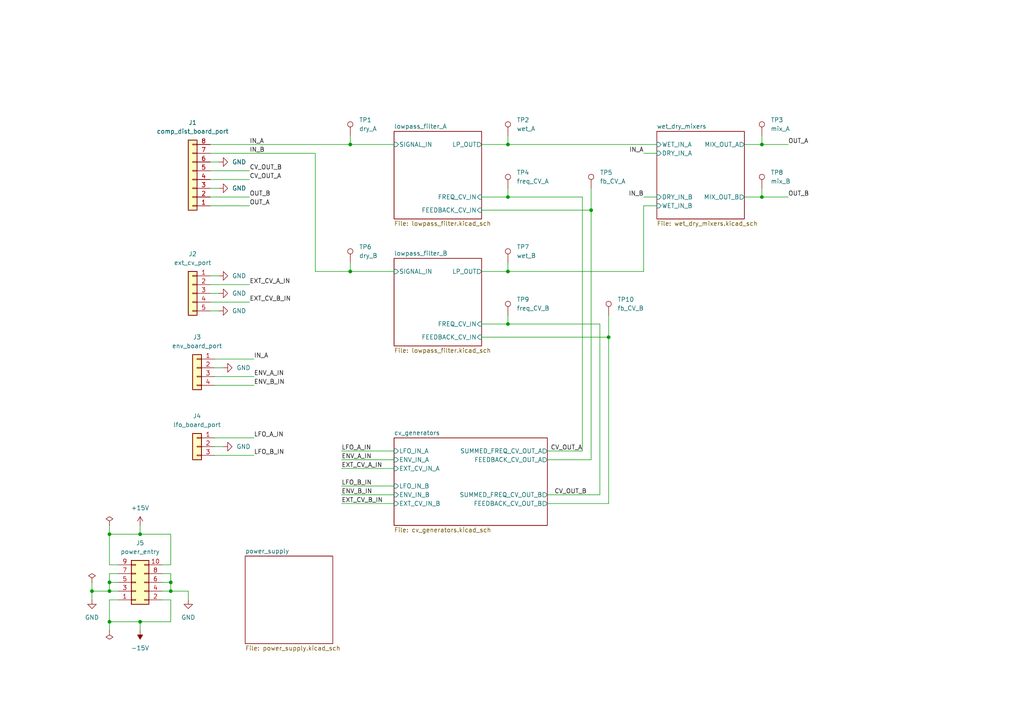
<source format=kicad_sch>
(kicad_sch (version 20230121) (generator eeschema)
  (paper "A4")
  (title_block (title "M.S.M. Stereo Lowpass Filter Pedal") (date "2022-06-16") (rev "0") (comment 2 "creativecommons.org/licenses/by/4.0") (comment 3 "License: CC by 4.0") (comment 4 "Author: Jordan Aceto"))
  (lib_symbols
    (symbol "Connector:TestPoint" (pin_numbers hide) (pin_names (offset 0.762) hide)
      (property "Reference" "TP" (at 0 6.858 0))
      (property "Value" "TestPoint" (at 0 5.08 0))
      (symbol "TestPoint_0_1"
        (circle (center 0 3.302) (radius 0.762))
      )
      (symbol "TestPoint_1_1"
        (pin passive line (at 0 0 90) (length 2.54) (name "1") (number "1"))
      )
    )
    (symbol "Connector_Generic:Conn_01x03" (pin_names (offset 1.016) hide)
      (property "Reference" "J" (at 0 5.08 0))
      (property "Value" "Conn_01x03" (at 0 -5.08 0))
      (symbol "Conn_01x03_1_1"
        (rectangle (start -1.27 -2.413) (end 0 -2.667) (stroke (width 0.1524)))
        (rectangle (start -1.27 0.127) (end 0 -0.127) (stroke (width 0.1524)))
        (rectangle (start -1.27 2.667) (end 0 2.413) (stroke (width 0.1524)))
        (rectangle (start -1.27 3.81) (end 1.27 -3.81) (stroke (width 0.254)) (fill (type background)))
        (pin passive line (at -5.08 2.54 0) (length 3.81) (name "Pin_1") (number "1"))
        (pin passive line (at -5.08 0 0) (length 3.81) (name "Pin_2") (number "2"))
        (pin passive line (at -5.08 -2.54 0) (length 3.81) (name "Pin_3") (number "3"))
      )
    )
    (symbol "Connector_Generic:Conn_01x04" (pin_names (offset 1.016) hide)
      (property "Reference" "J" (at 0 5.08 0))
      (property "Value" "Conn_01x04" (at 0 -7.62 0))
      (symbol "Conn_01x04_1_1"
        (rectangle (start -1.27 -4.953) (end 0 -5.207) (stroke (width 0.1524)))
        (rectangle (start -1.27 -2.413) (end 0 -2.667) (stroke (width 0.1524)))
        (rectangle (start -1.27 0.127) (end 0 -0.127) (stroke (width 0.1524)))
        (rectangle (start -1.27 2.667) (end 0 2.413) (stroke (width 0.1524)))
        (rectangle (start -1.27 3.81) (end 1.27 -6.35) (stroke (width 0.254)) (fill (type background)))
        (pin passive line (at -5.08 2.54 0) (length 3.81) (name "Pin_1") (number "1"))
        (pin passive line (at -5.08 0 0) (length 3.81) (name "Pin_2") (number "2"))
        (pin passive line (at -5.08 -2.54 0) (length 3.81) (name "Pin_3") (number "3"))
        (pin passive line (at -5.08 -5.08 0) (length 3.81) (name "Pin_4") (number "4"))
      )
    )
    (symbol "Connector_Generic:Conn_01x05" (pin_names (offset 1.016) hide)
      (property "Reference" "J" (at 0 7.62 0))
      (property "Value" "Conn_01x05" (at 0 -7.62 0))
      (symbol "Conn_01x05_1_1"
        (rectangle (start -1.27 -4.953) (end 0 -5.207) (stroke (width 0.1524)))
        (rectangle (start -1.27 -2.413) (end 0 -2.667) (stroke (width 0.1524)))
        (rectangle (start -1.27 0.127) (end 0 -0.127) (stroke (width 0.1524)))
        (rectangle (start -1.27 2.667) (end 0 2.413) (stroke (width 0.1524)))
        (rectangle (start -1.27 5.207) (end 0 4.953) (stroke (width 0.1524)))
        (rectangle (start -1.27 6.35) (end 1.27 -6.35) (stroke (width 0.254)) (fill (type background)))
        (pin passive line (at -5.08 5.08 0) (length 3.81) (name "Pin_1") (number "1"))
        (pin passive line (at -5.08 2.54 0) (length 3.81) (name "Pin_2") (number "2"))
        (pin passive line (at -5.08 0 0) (length 3.81) (name "Pin_3") (number "3"))
        (pin passive line (at -5.08 -2.54 0) (length 3.81) (name "Pin_4") (number "4"))
        (pin passive line (at -5.08 -5.08 0) (length 3.81) (name "Pin_5") (number "5"))
      )
    )
    (symbol "Connector_Generic:Conn_01x08" (pin_names (offset 1.016) hide)
      (property "Reference" "J" (at 0 10.16 0))
      (property "Value" "Conn_01x08" (at 0 -12.7 0))
      (symbol "Conn_01x08_1_1"
        (rectangle (start -1.27 -10.033) (end 0 -10.287) (stroke (width 0.1524)))
        (rectangle (start -1.27 -7.493) (end 0 -7.747) (stroke (width 0.1524)))
        (rectangle (start -1.27 -4.953) (end 0 -5.207) (stroke (width 0.1524)))
        (rectangle (start -1.27 -2.413) (end 0 -2.667) (stroke (width 0.1524)))
        (rectangle (start -1.27 0.127) (end 0 -0.127) (stroke (width 0.1524)))
        (rectangle (start -1.27 2.667) (end 0 2.413) (stroke (width 0.1524)))
        (rectangle (start -1.27 5.207) (end 0 4.953) (stroke (width 0.1524)))
        (rectangle (start -1.27 7.747) (end 0 7.493) (stroke (width 0.1524)))
        (rectangle (start -1.27 8.89) (end 1.27 -11.43) (stroke (width 0.254)) (fill (type background)))
        (pin passive line (at -5.08 7.62 0) (length 3.81) (name "Pin_1") (number "1"))
        (pin passive line (at -5.08 5.08 0) (length 3.81) (name "Pin_2") (number "2"))
        (pin passive line (at -5.08 2.54 0) (length 3.81) (name "Pin_3") (number "3"))
        (pin passive line (at -5.08 0 0) (length 3.81) (name "Pin_4") (number "4"))
        (pin passive line (at -5.08 -2.54 0) (length 3.81) (name "Pin_5") (number "5"))
        (pin passive line (at -5.08 -5.08 0) (length 3.81) (name "Pin_6") (number "6"))
        (pin passive line (at -5.08 -7.62 0) (length 3.81) (name "Pin_7") (number "7"))
        (pin passive line (at -5.08 -10.16 0) (length 3.81) (name "Pin_8") (number "8"))
      )
    )
    (symbol "Connector_Generic:Conn_02x05_Odd_Even" (pin_names (offset 1.016) hide)
      (property "Reference" "J" (at 1.27 7.62 0))
      (property "Value" "Conn_02x05_Odd_Even" (at 1.27 -7.62 0))
      (symbol "Conn_02x05_Odd_Even_1_1"
        (rectangle (start -1.27 -4.953) (end 0 -5.207) (stroke (width 0.1524)))
        (rectangle (start -1.27 -2.413) (end 0 -2.667) (stroke (width 0.1524)))
        (rectangle (start -1.27 0.127) (end 0 -0.127) (stroke (width 0.1524)))
        (rectangle (start -1.27 2.667) (end 0 2.413) (stroke (width 0.1524)))
        (rectangle (start -1.27 5.207) (end 0 4.953) (stroke (width 0.1524)))
        (rectangle (start -1.27 6.35) (end 3.81 -6.35) (stroke (width 0.254)) (fill (type background)))
        (rectangle (start 3.81 -4.953) (end 2.54 -5.207) (stroke (width 0.1524)))
        (rectangle (start 3.81 -2.413) (end 2.54 -2.667) (stroke (width 0.1524)))
        (rectangle (start 3.81 0.127) (end 2.54 -0.127) (stroke (width 0.1524)))
        (rectangle (start 3.81 2.667) (end 2.54 2.413) (stroke (width 0.1524)))
        (rectangle (start 3.81 5.207) (end 2.54 4.953) (stroke (width 0.1524)))
        (pin passive line (at -5.08 5.08 0) (length 3.81) (name "Pin_1") (number "1"))
        (pin passive line (at 7.62 -5.08 180) (length 3.81) (name "Pin_10") (number "10"))
        (pin passive line (at 7.62 5.08 180) (length 3.81) (name "Pin_2") (number "2"))
        (pin passive line (at -5.08 2.54 0) (length 3.81) (name "Pin_3") (number "3"))
        (pin passive line (at 7.62 2.54 180) (length 3.81) (name "Pin_4") (number "4"))
        (pin passive line (at -5.08 0 0) (length 3.81) (name "Pin_5") (number "5"))
        (pin passive line (at 7.62 0 180) (length 3.81) (name "Pin_6") (number "6"))
        (pin passive line (at -5.08 -2.54 0) (length 3.81) (name "Pin_7") (number "7"))
        (pin passive line (at 7.62 -2.54 180) (length 3.81) (name "Pin_8") (number "8"))
        (pin passive line (at -5.08 -5.08 0) (length 3.81) (name "Pin_9") (number "9"))
      )
    )
    (symbol "power:+15V" (power) (pin_names (offset 0))
      (property "Value" "+15V" (at 0 3.556 0))
      (symbol "+15V_0_1"
        (polyline (pts (xy -0.762 1.27) (xy 0 2.54)))
        (polyline (pts (xy 0 0) (xy 0 2.54)))
        (polyline (pts (xy 0 2.54) (xy 0.762 1.27)))
      )
      (symbol "+15V_1_1"
        (pin power_in line (at 0 0 90) (length 0) hide (name "+15V") (number "1"))
      )
    )
    (symbol "power:-15V" (power) (pin_names (offset 0))
      (property "Value" "-15V" (at 0 3.81 0))
      (symbol "-15V_0_0"
        (pin power_in line (at 0 0 90) (length 0) hide (name "-15V") (number "1"))
      )
      (symbol "-15V_0_1"
        (polyline (pts (xy 0 0) (xy 0 1.27) (xy 0.762 1.27) (xy 0 2.54) (xy -0.762 1.27) (xy 0 1.27)) (fill (type outline)))
      )
    )
    (symbol "power:GND" (power) (pin_names (offset 0))
      (property "Value" "GND" (at 0 -3.81 0))
      (symbol "GND_0_1"
        (polyline (pts (xy 0 0) (xy 0 -1.27) (xy 1.27 -1.27) (xy 0 -2.54) (xy -1.27 -1.27) (xy 0 -1.27)))
      )
      (symbol "GND_1_1"
        (pin power_in line (at 0 0 270) (length 0) hide (name "GND") (number "1"))
      )
    )
    (symbol "power:PWR_FLAG" (power) (pin_numbers hide) (pin_names (offset 0) hide)
      (property "Value" "PWR_FLAG" (at 0 3.81 0))
      (symbol "PWR_FLAG_0_0"
        (pin power_out line (at 0 0 90) (length 0) (name "pwr") (number "1"))
      )
      (symbol "PWR_FLAG_0_1"
        (polyline (pts (xy 0 0) (xy 0 1.27) (xy -1.016 1.905) (xy 0 2.54) (xy 1.016 1.905) (xy 0 1.27)))
      )
    )
  )
  (junction (at 176.53 97.79))
  (junction (at 26.67 171.45))
  (junction (at 147.32 78.74))
  (junction (at 31.75 154.94))
  (junction (at 147.32 57.15))
  (junction (at 147.32 41.91))
  (junction (at 220.98 41.91))
  (junction (at 171.45 60.96))
  (junction (at 49.53 168.91))
  (junction (at 31.75 168.91))
  (junction (at 31.75 171.45))
  (junction (at 40.64 180.34))
  (junction (at 40.64 154.94))
  (junction (at 220.98 57.15))
  (junction (at 31.75 180.34))
  (junction (at 101.6 78.74))
  (junction (at 49.53 171.45))
  (junction (at 101.6 41.91))
  (junction (at 147.32 93.98))
  (wire (pts (xy 49.53 154.94) (xy 40.64 154.94)))
  (wire (pts (xy 158.75 130.81) (xy 168.91 130.81)))
  (wire (pts (xy 220.98 41.91) (xy 228.6 41.91)))
  (wire (pts (xy 60.96 57.15) (xy 72.39 57.15)))
  (wire (pts (xy 49.53 163.83) (xy 49.53 154.94)))
  (wire (pts (xy 49.53 180.34) (xy 49.53 173.99)))
  (wire (pts (xy 176.53 97.79) (xy 139.7 97.79)))
  (wire (pts (xy 168.91 57.15) (xy 147.32 57.15)))
  (wire (pts (xy 49.53 171.45) (xy 49.53 168.91)))
  (wire (pts (xy 31.75 166.37) (xy 31.75 168.91)))
  (wire (pts (xy 62.23 104.14) (xy 73.66 104.14)))
  (wire (pts (xy 220.98 54.61) (xy 220.98 57.15)))
  (wire (pts (xy 173.99 93.98) (xy 147.32 93.98)))
  (wire (pts (xy 147.32 78.74) (xy 186.69 78.74)))
  (wire (pts (xy 26.67 171.45) (xy 31.75 171.45)))
  (wire (pts (xy 54.61 173.99) (xy 54.61 171.45)))
  (wire (pts (xy 147.32 41.91) (xy 190.5 41.91)))
  (wire (pts (xy 99.06 146.05) (xy 114.3 146.05)))
  (wire (pts (xy 171.45 60.96) (xy 139.7 60.96)))
  (wire (pts (xy 99.06 133.35) (xy 114.3 133.35)))
  (wire (pts (xy 31.75 163.83) (xy 34.29 163.83)))
  (wire (pts (xy 101.6 41.91) (xy 114.3 41.91)))
  (wire (pts (xy 46.99 163.83) (xy 49.53 163.83)))
  (wire (pts (xy 40.64 180.34) (xy 49.53 180.34)))
  (wire (pts (xy 31.75 166.37) (xy 34.29 166.37)))
  (wire (pts (xy 60.96 41.91) (xy 101.6 41.91)))
  (wire (pts (xy 63.5 54.61) (xy 60.96 54.61)))
  (wire (pts (xy 62.23 132.08) (xy 73.66 132.08)))
  (wire (pts (xy 147.32 39.37) (xy 147.32 41.91)))
  (wire (pts (xy 31.75 168.91) (xy 34.29 168.91)))
  (wire (pts (xy 171.45 133.35) (xy 171.45 60.96)))
  (wire (pts (xy 31.75 154.94) (xy 31.75 163.83)))
  (wire (pts (xy 40.64 180.34) (xy 40.64 182.88)))
  (wire (pts (xy 168.91 130.81) (xy 168.91 57.15)))
  (wire (pts (xy 99.06 143.51) (xy 114.3 143.51)))
  (wire (pts (xy 147.32 54.61) (xy 147.32 57.15)))
  (wire (pts (xy 63.5 90.17) (xy 60.96 90.17)))
  (wire (pts (xy 31.75 182.88) (xy 31.75 180.34)))
  (wire (pts (xy 158.75 146.05) (xy 176.53 146.05)))
  (wire (pts (xy 101.6 76.2) (xy 101.6 78.74)))
  (wire (pts (xy 62.23 111.76) (xy 73.66 111.76)))
  (wire (pts (xy 63.5 85.09) (xy 60.96 85.09)))
  (wire (pts (xy 49.53 173.99) (xy 46.99 173.99)))
  (wire (pts (xy 139.7 78.74) (xy 147.32 78.74)))
  (wire (pts (xy 31.75 152.4) (xy 31.75 154.94)))
  (wire (pts (xy 147.32 57.15) (xy 139.7 57.15)))
  (wire (pts (xy 60.96 59.69) (xy 72.39 59.69)))
  (wire (pts (xy 147.32 76.2) (xy 147.32 78.74)))
  (wire (pts (xy 158.75 133.35) (xy 171.45 133.35)))
  (wire (pts (xy 60.96 82.55) (xy 72.39 82.55)))
  (wire (pts (xy 186.69 44.45) (xy 190.5 44.45)))
  (wire (pts (xy 63.5 80.01) (xy 60.96 80.01)))
  (wire (pts (xy 139.7 41.91) (xy 147.32 41.91)))
  (wire (pts (xy 171.45 54.61) (xy 171.45 60.96)))
  (wire (pts (xy 64.77 106.68) (xy 62.23 106.68)))
  (wire (pts (xy 31.75 168.91) (xy 31.75 171.45)))
  (wire (pts (xy 176.53 146.05) (xy 176.53 97.79)))
  (wire (pts (xy 40.64 152.4) (xy 40.64 154.94)))
  (wire (pts (xy 40.64 154.94) (xy 31.75 154.94)))
  (wire (pts (xy 46.99 166.37) (xy 49.53 166.37)))
  (wire (pts (xy 31.75 173.99) (xy 31.75 180.34)))
  (wire (pts (xy 190.5 59.69) (xy 186.69 59.69)))
  (wire (pts (xy 215.9 41.91) (xy 220.98 41.91)))
  (wire (pts (xy 176.53 91.44) (xy 176.53 97.79)))
  (wire (pts (xy 54.61 171.45) (xy 49.53 171.45)))
  (wire (pts (xy 60.96 52.07) (xy 72.39 52.07)))
  (wire (pts (xy 220.98 57.15) (xy 228.6 57.15)))
  (wire (pts (xy 158.75 143.51) (xy 173.99 143.51)))
  (wire (pts (xy 186.69 59.69) (xy 186.69 78.74)))
  (wire (pts (xy 46.99 168.91) (xy 49.53 168.91)))
  (wire (pts (xy 173.99 143.51) (xy 173.99 93.98)))
  (wire (pts (xy 31.75 180.34) (xy 40.64 180.34)))
  (wire (pts (xy 99.06 135.89) (xy 114.3 135.89)))
  (wire (pts (xy 215.9 57.15) (xy 220.98 57.15)))
  (wire (pts (xy 63.5 46.99) (xy 60.96 46.99)))
  (wire (pts (xy 99.06 140.97) (xy 114.3 140.97)))
  (wire (pts (xy 99.06 130.81) (xy 114.3 130.81)))
  (wire (pts (xy 101.6 78.74) (xy 114.3 78.74)))
  (wire (pts (xy 46.99 171.45) (xy 49.53 171.45)))
  (wire (pts (xy 220.98 39.37) (xy 220.98 41.91)))
  (wire (pts (xy 186.69 57.15) (xy 190.5 57.15)))
  (wire (pts (xy 34.29 173.99) (xy 31.75 173.99)))
  (wire (pts (xy 147.32 91.44) (xy 147.32 93.98)))
  (wire (pts (xy 26.67 168.91) (xy 26.67 171.45)))
  (wire (pts (xy 62.23 109.22) (xy 73.66 109.22)))
  (wire (pts (xy 49.53 168.91) (xy 49.53 166.37)))
  (wire (pts (xy 91.44 44.45) (xy 91.44 78.74)))
  (wire (pts (xy 147.32 93.98) (xy 139.7 93.98)))
  (wire (pts (xy 60.96 49.53) (xy 72.39 49.53)))
  (wire (pts (xy 60.96 44.45) (xy 91.44 44.45)))
  (wire (pts (xy 60.96 87.63) (xy 72.39 87.63)))
  (wire (pts (xy 64.77 129.54) (xy 62.23 129.54)))
  (wire (pts (xy 91.44 78.74) (xy 101.6 78.74)))
  (wire (pts (xy 101.6 39.37) (xy 101.6 41.91)))
  (wire (pts (xy 26.67 173.99) (xy 26.67 171.45)))
  (wire (pts (xy 34.29 171.45) (xy 31.75 171.45)))
  (wire (pts (xy 62.23 127) (xy 73.66 127)))
  (label "ENV_A_IN" (at 99.06 133.35 0))
  (label "EXT_CV_A_IN" (at 99.06 135.89 0))
  (label "CV_OUT_B" (at 72.39 49.53 0))
  (label "EXT_CV_B_IN" (at 72.39 87.63 0))
  (label "IN_B" (at 186.69 57.15 180))
  (label "ENV_B_IN" (at 99.06 143.51 0))
  (label "IN_A" (at 72.39 41.91 0))
  (label "ENV_B_IN" (at 73.66 111.76 0))
  (label "OUT_A" (at 72.39 59.69 0))
  (label "ENV_A_IN" (at 73.66 109.22 0))
  (label "OUT_B" (at 228.6 57.15 0))
  (label "IN_A" (at 186.69 44.45 180))
  (label "EXT_CV_B_IN" (at 99.06 146.05 0))
  (label "IN_A" (at 73.66 104.14 0))
  (label "CV_OUT_B" (at 170.18 143.51 180))
  (label "LFO_B_IN" (at 73.66 132.08 0))
  (label "CV_OUT_A" (at 72.39 52.07 0))
  (label "IN_B" (at 72.39 44.45 0))
  (label "EXT_CV_A_IN" (at 72.39 82.55 0))
  (label "OUT_B" (at 72.39 57.15 0))
  (label "LFO_B_IN" (at 99.06 140.97 0))
  (label "OUT_A" (at 228.6 41.91 0))
  (label "LFO_A_IN" (at 99.06 130.81 0))
  (label "CV_OUT_A" (at 168.91 130.81 180))
  (label "LFO_A_IN" (at 73.66 127 0))
  (symbol (lib_id "power:PWR_FLAG") (at 31.75 182.88 180) (unit 1)
    (property "Reference" "#FLG0102" (effects hide))
    (property "Value" "PWR_FLAG" (effects hide))
  )
  (symbol (lib_id "power:GND") (at 63.5 85.09 90) (unit 1)
    (property "Reference" "#PWR0148" (effects hide))
    (property "Value" "GND" (at 67.31 85.0899 90) (effects (justify right)))
  )
  (symbol (lib_id "power:GND") (at 63.5 46.99 90) (unit 1)
    (property "Reference" "#PWR01" (effects hide))
    (property "Value" "GND" (at 67.31 46.9899 90) (effects (justify right)))
  )
  (symbol (lib_id "Connector_Generic:Conn_01x05") (at 55.88 85.09 0) (mirror y) (unit 1)
    (property "Reference" "J2" (at 55.88 73.66 0))
    (property "Value" "ext_cv_port" (at 55.88 76.2 0))
    (property "Footprint" "Connector_Molex:Molex_KK-254_AE-6410-05A_1x05_P2.54mm_Vertical" (effects hide))
  )
  (symbol (lib_id "Connector:TestPoint") (at 147.32 76.2 0) (unit 1) (in_bom no)
    (property "Reference" "TP7" (at 149.86 71.6279 0) (effects (justify left)))
    (property "Value" "wet_B" (at 149.86 74.1679 0) (effects (justify left)))
    (property "Footprint" "TestPoint:TestPoint_Keystone_5000-5004_Miniature" (effects hide))
  )
  (symbol (lib_id "Connector:TestPoint") (at 147.32 54.61 0) (unit 1) (in_bom no)
    (property "Reference" "TP4" (at 149.86 50.0379 0) (effects (justify left)))
    (property "Value" "freq_CV_A" (at 149.86 52.5779 0) (effects (justify left)))
    (property "Footprint" "TestPoint:TestPoint_Keystone_5000-5004_Miniature" (effects hide))
  )
  (symbol (lib_id "power:GND") (at 63.5 90.17 90) (unit 1)
    (property "Reference" "#PWR0149" (effects hide))
    (property "Value" "GND" (at 67.31 90.1699 90) (effects (justify right)))
  )
  (symbol (lib_id "Connector:TestPoint") (at 101.6 76.2 0) (unit 1) (in_bom no)
    (property "Reference" "TP6" (at 104.14 71.6279 0) (effects (justify left)))
    (property "Value" "dry_B" (at 104.14 74.1679 0) (effects (justify left)))
    (property "Footprint" "TestPoint:TestPoint_Keystone_5000-5004_Miniature" (effects hide))
  )
  (symbol (lib_id "power:+15V") (at 40.64 152.4 0) (unit 1)
    (property "Reference" "#PWR0104" (effects hide))
    (property "Value" "+15V" (at 40.64 147.32 0))
  )
  (symbol (lib_id "Connector_Generic:Conn_02x05_Odd_Even") (at 39.37 168.91 0) (mirror x) (unit 1)
    (property "Reference" "J5" (at 40.64 157.48 0))
    (property "Value" "power_entry" (at 40.64 160.02 0))
    (property "Footprint" "Connector_IDC:IDC-Header_2x05_P2.54mm_Vertical" (effects hide))
  )
  (symbol (lib_id "power:GND") (at 63.5 80.01 90) (unit 1)
    (property "Reference" "#PWR0152" (effects hide))
    (property "Value" "GND" (at 67.31 80.0099 90) (effects (justify right)))
  )
  (symbol (lib_id "Connector:TestPoint") (at 220.98 54.61 0) (unit 1) (in_bom no)
    (property "Reference" "TP8" (at 223.52 50.0379 0) (effects (justify left)))
    (property "Value" "mix_B" (at 223.52 52.5779 0) (effects (justify left)))
    (property "Footprint" "TestPoint:TestPoint_Keystone_5000-5004_Miniature" (effects hide))
  )
  (symbol (lib_id "power:GND") (at 54.61 173.99 0) (unit 1)
    (property "Reference" "#PWR0103" (effects hide))
    (property "Value" "GND" (at 54.61 179.07 0))
  )
  (symbol (lib_id "power:GND") (at 26.67 173.99 0) (mirror y) (unit 1)
    (property "Reference" "#PWR0101" (effects hide))
    (property "Value" "GND" (at 26.67 179.07 0))
  )
  (symbol (lib_id "Connector_Generic:Conn_01x03") (at 57.15 129.54 0) (mirror y) (unit 1)
    (property "Reference" "J4" (at 57.15 120.65 0))
    (property "Value" "lfo_board_port" (at 57.15 123.19 0))
    (property "Footprint" "Connector_Molex:Molex_KK-254_AE-6410-03A_1x03_P2.54mm_Vertical" (effects hide))
  )
  (symbol (lib_id "power:PWR_FLAG") (at 31.75 152.4 0) (unit 1)
    (property "Reference" "#FLG0103" (effects hide))
    (property "Value" "PWR_FLAG" (effects hide))
  )
  (symbol (lib_id "Connector:TestPoint") (at 147.32 39.37 0) (unit 1) (in_bom no)
    (property "Reference" "TP2" (at 149.86 34.7979 0) (effects (justify left)))
    (property "Value" "wet_A" (at 149.86 37.3379 0) (effects (justify left)))
    (property "Footprint" "TestPoint:TestPoint_Keystone_5000-5004_Miniature" (effects hide))
  )
  (symbol (lib_id "power:-15V") (at 40.64 182.88 180) (unit 1)
    (property "Reference" "#PWR0102" (effects hide))
    (property "Value" "-15V" (at 40.64 187.96 0))
  )
  (symbol (lib_id "Connector:TestPoint") (at 220.98 39.37 0) (unit 1) (in_bom no)
    (property "Reference" "TP3" (at 223.52 34.7979 0) (effects (justify left)))
    (property "Value" "mix_A" (at 223.52 37.3379 0) (effects (justify left)))
    (property "Footprint" "TestPoint:TestPoint_Keystone_5000-5004_Miniature" (effects hide))
  )
  (symbol (lib_id "Connector:TestPoint") (at 101.6 39.37 0) (unit 1) (in_bom no)
    (property "Reference" "TP1" (at 104.14 34.7979 0) (effects (justify left)))
    (property "Value" "dry_A" (at 104.14 37.3379 0) (effects (justify left)))
    (property "Footprint" "TestPoint:TestPoint_Keystone_5000-5004_Miniature" (effects hide))
  )
  (symbol (lib_id "Connector_Generic:Conn_01x04") (at 57.15 106.68 0) (mirror y) (unit 1)
    (property "Reference" "J3" (at 57.15 97.79 0))
    (property "Value" "env_board_port" (at 57.15 100.33 0))
    (property "Footprint" "Connector_Molex:Molex_KK-254_AE-6410-04A_1x04_P2.54mm_Vertical" (effects hide))
  )
  (symbol (lib_id "Connector_Generic:Conn_01x08") (at 55.88 52.07 180) (unit 1)
    (property "Reference" "J1" (at 55.88 35.56 0))
    (property "Value" "comp_dist_board_port" (at 55.88 38.1 0))
    (property "Footprint" "Connector_Molex:Molex_KK-254_AE-6410-08A_1x08_P2.54mm_Vertical" (effects hide))
  )
  (symbol (lib_id "Connector:TestPoint") (at 171.45 54.61 0) (unit 1)
    (property "Reference" "TP5" (at 173.99 50.0379 0) (effects (justify left)))
    (property "Value" "fb_CV_A" (at 173.99 52.5779 0) (effects (justify left)))
    (property "Footprint" "TestPoint:TestPoint_Keystone_5000-5004_Miniature" (effects hide))
  )
  (symbol (lib_id "Connector:TestPoint") (at 147.32 91.44 0) (unit 1) (in_bom no)
    (property "Reference" "TP9" (at 149.86 86.8679 0) (effects (justify left)))
    (property "Value" "freq_CV_B" (at 149.86 89.4079 0) (effects (justify left)))
    (property "Footprint" "TestPoint:TestPoint_Keystone_5000-5004_Miniature" (effects hide))
  )
  (symbol (lib_id "power:GND") (at 64.77 106.68 90) (unit 1)
    (property "Reference" "#PWR0151" (effects hide))
    (property "Value" "GND" (at 68.58 106.6799 90) (effects (justify right)))
  )
  (symbol (lib_id "power:GND") (at 63.5 54.61 90) (unit 1)
    (property "Reference" "#PWR0147" (effects hide))
    (property "Value" "GND" (at 67.31 54.6099 90) (effects (justify right)))
  )
  (symbol (lib_id "Connector:TestPoint") (at 176.53 91.44 0) (unit 1) (in_bom no)
    (property "Reference" "TP10" (at 179.07 86.8679 0) (effects (justify left)))
    (property "Value" "fb_CV_B" (at 179.07 89.4079 0) (effects (justify left)))
    (property "Footprint" "TestPoint:TestPoint_Keystone_5000-5004_Miniature" (effects hide))
  )
  (symbol (lib_id "power:GND") (at 64.77 129.54 90) (unit 1)
    (property "Reference" "#PWR0150" (effects hide))
    (property "Value" "GND" (at 68.58 129.5399 90) (effects (justify right)))
  )
  (symbol (lib_id "power:PWR_FLAG") (at 26.67 168.91 0) (unit 1)
    (property "Reference" "#FLG0101" (effects hide))
    (property "Value" "PWR_FLAG" (effects hide))
  )
  (sheet (at 71.12 161.29) (size 25.4 25.4) (stroke (width 0.1524))
    (property "Sheetname" "power_supply" (at 71.12 160.5784 0) (effects (justify left bottom)))
    (property "Sheetfile" "power_supply.kicad_sch" (at 71.12 187.2746 0) (effects (justify left top)))
  )
  (sheet (at 114.3 127) (size 44.45 25.4) (stroke (width 0.1524))
    (property "Sheetname" "cv_generators" (at 114.3 126.2884 0) (effects (justify left bottom)))
    (property "Sheetfile" "cv_generators.kicad_sch" (at 114.3 152.9846 0) (effects (justify left top)))
    (pin "EXT_CV_IN_A" input (at 114.3 135.89 180))
    (pin "LFO_IN_A" input (at 114.3 130.81 180))
    (pin "ENV_IN_A" input (at 114.3 133.35 180))
    (pin "ENV_IN_B" input (at 114.3 143.51 180))
    (pin "EXT_CV_IN_B" input (at 114.3 146.05 180))
    (pin "LFO_IN_B" input (at 114.3 140.97 180))
    (pin "SUMMED_FREQ_CV_OUT_B" output (at 158.75 143.51 0))
    (pin "SUMMED_FREQ_CV_OUT_A" output (at 158.75 130.81 0))
    (pin "FEEDBACK_CV_OUT_B" output (at 158.75 146.05 0))
    (pin "FEEDBACK_CV_OUT_A" output (at 158.75 133.35 0))
  )
  (sheet (at 114.3 74.93) (size 25.4 25.4) (stroke (width 0.1524))
    (property "Sheetname" "lowpass_filter_B" (at 114.3 74.2184 0) (effects (justify left bottom)))
    (property "Sheetfile" "lowpass_filter.kicad_sch" (at 114.3 100.9146 0) (effects (justify left top)))
    (pin "LP_OUT" output (at 139.7 78.74 0))
    (pin "SIGNAL_IN" input (at 114.3 78.74 180))
    (pin "FREQ_CV_IN" input (at 139.7 93.98 0))
    (pin "FEEDBACK_CV_IN" input (at 139.7 97.79 0))
  )
  (sheet (at 190.5 38.1) (size 25.4 25.4) (stroke (width 0.1524))
    (property "Sheetname" "wet_dry_mixers" (at 190.5 37.3884 0) (effects (justify left bottom)))
    (property "Sheetfile" "wet_dry_mixers.kicad_sch" (at 190.5 64.0846 0) (effects (justify left top)))
    (pin "WET_IN_A" input (at 190.5 41.91 180))
    (pin "DRY_IN_A" input (at 190.5 44.45 180))
    (pin "WET_IN_B" input (at 190.5 59.69 180))
    (pin "DRY_IN_B" input (at 190.5 57.15 180))
    (pin "MIX_OUT_A" output (at 215.9 41.91 0))
    (pin "MIX_OUT_B" output (at 215.9 57.15 0))
  )
  (sheet (at 114.3 38.1) (size 25.4 25.4) (stroke (width 0.1524))
    (property "Sheetname" "lowpass_filter_A" (at 114.3 37.3884 0) (effects (justify left bottom)))
    (property "Sheetfile" "lowpass_filter.kicad_sch" (at 114.3 64.0846 0) (effects (justify left top)))
    (pin "LP_OUT" output (at 139.7 41.91 0))
    (pin "SIGNAL_IN" input (at 114.3 41.91 180))
    (pin "FREQ_CV_IN" input (at 139.7 57.15 0))
    (pin "FEEDBACK_CV_IN" input (at 139.7 60.96 0))
  )
)
</source>
